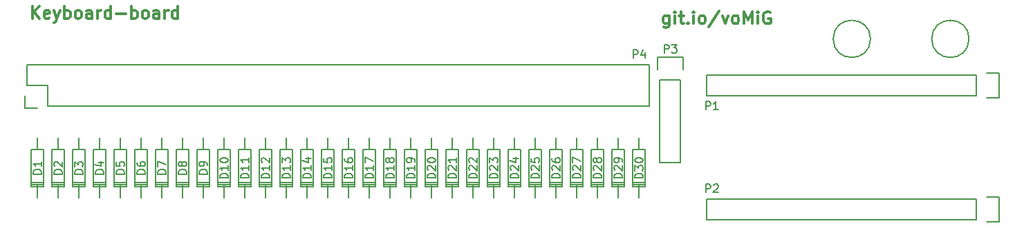
<source format=gto>
G04 #@! TF.FileFunction,Legend,Top*
%FSLAX46Y46*%
G04 Gerber Fmt 4.6, Leading zero omitted, Abs format (unit mm)*
G04 Created by KiCad (PCBNEW 4.0.2+e4-6225~38~ubuntu16.04.1-stable) date Thu 23 Jun 2016 09:21:40 PM CEST*
%MOMM*%
G01*
G04 APERTURE LIST*
%ADD10C,0.100000*%
%ADD11C,0.300000*%
%ADD12C,0.150000*%
G04 APERTURE END LIST*
D10*
D11*
X147177856Y-39683571D02*
X147177856Y-40897857D01*
X147106427Y-41040714D01*
X147034999Y-41112143D01*
X146892142Y-41183571D01*
X146677856Y-41183571D01*
X146534999Y-41112143D01*
X147177856Y-40612143D02*
X147034999Y-40683571D01*
X146749285Y-40683571D01*
X146606427Y-40612143D01*
X146534999Y-40540714D01*
X146463570Y-40397857D01*
X146463570Y-39969286D01*
X146534999Y-39826429D01*
X146606427Y-39755000D01*
X146749285Y-39683571D01*
X147034999Y-39683571D01*
X147177856Y-39755000D01*
X147892142Y-40683571D02*
X147892142Y-39683571D01*
X147892142Y-39183571D02*
X147820713Y-39255000D01*
X147892142Y-39326429D01*
X147963570Y-39255000D01*
X147892142Y-39183571D01*
X147892142Y-39326429D01*
X148392142Y-39683571D02*
X148963571Y-39683571D01*
X148606428Y-39183571D02*
X148606428Y-40469286D01*
X148677856Y-40612143D01*
X148820714Y-40683571D01*
X148963571Y-40683571D01*
X149463571Y-40540714D02*
X149534999Y-40612143D01*
X149463571Y-40683571D01*
X149392142Y-40612143D01*
X149463571Y-40540714D01*
X149463571Y-40683571D01*
X150177857Y-40683571D02*
X150177857Y-39683571D01*
X150177857Y-39183571D02*
X150106428Y-39255000D01*
X150177857Y-39326429D01*
X150249285Y-39255000D01*
X150177857Y-39183571D01*
X150177857Y-39326429D01*
X151106429Y-40683571D02*
X150963571Y-40612143D01*
X150892143Y-40540714D01*
X150820714Y-40397857D01*
X150820714Y-39969286D01*
X150892143Y-39826429D01*
X150963571Y-39755000D01*
X151106429Y-39683571D01*
X151320714Y-39683571D01*
X151463571Y-39755000D01*
X151535000Y-39826429D01*
X151606429Y-39969286D01*
X151606429Y-40397857D01*
X151535000Y-40540714D01*
X151463571Y-40612143D01*
X151320714Y-40683571D01*
X151106429Y-40683571D01*
X153320714Y-39112143D02*
X152035000Y-41040714D01*
X153677858Y-39683571D02*
X154035001Y-40683571D01*
X154392143Y-39683571D01*
X155177858Y-40683571D02*
X155035000Y-40612143D01*
X154963572Y-40540714D01*
X154892143Y-40397857D01*
X154892143Y-39969286D01*
X154963572Y-39826429D01*
X155035000Y-39755000D01*
X155177858Y-39683571D01*
X155392143Y-39683571D01*
X155535000Y-39755000D01*
X155606429Y-39826429D01*
X155677858Y-39969286D01*
X155677858Y-40397857D01*
X155606429Y-40540714D01*
X155535000Y-40612143D01*
X155392143Y-40683571D01*
X155177858Y-40683571D01*
X156320715Y-40683571D02*
X156320715Y-39183571D01*
X156820715Y-40255000D01*
X157320715Y-39183571D01*
X157320715Y-40683571D01*
X158035001Y-40683571D02*
X158035001Y-39683571D01*
X158035001Y-39183571D02*
X157963572Y-39255000D01*
X158035001Y-39326429D01*
X158106429Y-39255000D01*
X158035001Y-39183571D01*
X158035001Y-39326429D01*
X159535001Y-39255000D02*
X159392144Y-39183571D01*
X159177858Y-39183571D01*
X158963573Y-39255000D01*
X158820715Y-39397857D01*
X158749287Y-39540714D01*
X158677858Y-39826429D01*
X158677858Y-40040714D01*
X158749287Y-40326429D01*
X158820715Y-40469286D01*
X158963573Y-40612143D01*
X159177858Y-40683571D01*
X159320715Y-40683571D01*
X159535001Y-40612143D01*
X159606430Y-40540714D01*
X159606430Y-40040714D01*
X159320715Y-40040714D01*
X69212143Y-40048571D02*
X69212143Y-38548571D01*
X70069286Y-40048571D02*
X69426429Y-39191429D01*
X70069286Y-38548571D02*
X69212143Y-39405714D01*
X71283571Y-39977143D02*
X71140714Y-40048571D01*
X70855000Y-40048571D01*
X70712143Y-39977143D01*
X70640714Y-39834286D01*
X70640714Y-39262857D01*
X70712143Y-39120000D01*
X70855000Y-39048571D01*
X71140714Y-39048571D01*
X71283571Y-39120000D01*
X71355000Y-39262857D01*
X71355000Y-39405714D01*
X70640714Y-39548571D01*
X71855000Y-39048571D02*
X72212143Y-40048571D01*
X72569285Y-39048571D02*
X72212143Y-40048571D01*
X72069285Y-40405714D01*
X71997857Y-40477143D01*
X71855000Y-40548571D01*
X73140714Y-40048571D02*
X73140714Y-38548571D01*
X73140714Y-39120000D02*
X73283571Y-39048571D01*
X73569285Y-39048571D01*
X73712142Y-39120000D01*
X73783571Y-39191429D01*
X73855000Y-39334286D01*
X73855000Y-39762857D01*
X73783571Y-39905714D01*
X73712142Y-39977143D01*
X73569285Y-40048571D01*
X73283571Y-40048571D01*
X73140714Y-39977143D01*
X74712143Y-40048571D02*
X74569285Y-39977143D01*
X74497857Y-39905714D01*
X74426428Y-39762857D01*
X74426428Y-39334286D01*
X74497857Y-39191429D01*
X74569285Y-39120000D01*
X74712143Y-39048571D01*
X74926428Y-39048571D01*
X75069285Y-39120000D01*
X75140714Y-39191429D01*
X75212143Y-39334286D01*
X75212143Y-39762857D01*
X75140714Y-39905714D01*
X75069285Y-39977143D01*
X74926428Y-40048571D01*
X74712143Y-40048571D01*
X76497857Y-40048571D02*
X76497857Y-39262857D01*
X76426428Y-39120000D01*
X76283571Y-39048571D01*
X75997857Y-39048571D01*
X75855000Y-39120000D01*
X76497857Y-39977143D02*
X76355000Y-40048571D01*
X75997857Y-40048571D01*
X75855000Y-39977143D01*
X75783571Y-39834286D01*
X75783571Y-39691429D01*
X75855000Y-39548571D01*
X75997857Y-39477143D01*
X76355000Y-39477143D01*
X76497857Y-39405714D01*
X77212143Y-40048571D02*
X77212143Y-39048571D01*
X77212143Y-39334286D02*
X77283571Y-39191429D01*
X77355000Y-39120000D01*
X77497857Y-39048571D01*
X77640714Y-39048571D01*
X78783571Y-40048571D02*
X78783571Y-38548571D01*
X78783571Y-39977143D02*
X78640714Y-40048571D01*
X78355000Y-40048571D01*
X78212142Y-39977143D01*
X78140714Y-39905714D01*
X78069285Y-39762857D01*
X78069285Y-39334286D01*
X78140714Y-39191429D01*
X78212142Y-39120000D01*
X78355000Y-39048571D01*
X78640714Y-39048571D01*
X78783571Y-39120000D01*
X79497857Y-39477143D02*
X80640714Y-39477143D01*
X81355000Y-40048571D02*
X81355000Y-38548571D01*
X81355000Y-39120000D02*
X81497857Y-39048571D01*
X81783571Y-39048571D01*
X81926428Y-39120000D01*
X81997857Y-39191429D01*
X82069286Y-39334286D01*
X82069286Y-39762857D01*
X81997857Y-39905714D01*
X81926428Y-39977143D01*
X81783571Y-40048571D01*
X81497857Y-40048571D01*
X81355000Y-39977143D01*
X82926429Y-40048571D02*
X82783571Y-39977143D01*
X82712143Y-39905714D01*
X82640714Y-39762857D01*
X82640714Y-39334286D01*
X82712143Y-39191429D01*
X82783571Y-39120000D01*
X82926429Y-39048571D01*
X83140714Y-39048571D01*
X83283571Y-39120000D01*
X83355000Y-39191429D01*
X83426429Y-39334286D01*
X83426429Y-39762857D01*
X83355000Y-39905714D01*
X83283571Y-39977143D01*
X83140714Y-40048571D01*
X82926429Y-40048571D01*
X84712143Y-40048571D02*
X84712143Y-39262857D01*
X84640714Y-39120000D01*
X84497857Y-39048571D01*
X84212143Y-39048571D01*
X84069286Y-39120000D01*
X84712143Y-39977143D02*
X84569286Y-40048571D01*
X84212143Y-40048571D01*
X84069286Y-39977143D01*
X83997857Y-39834286D01*
X83997857Y-39691429D01*
X84069286Y-39548571D01*
X84212143Y-39477143D01*
X84569286Y-39477143D01*
X84712143Y-39405714D01*
X85426429Y-40048571D02*
X85426429Y-39048571D01*
X85426429Y-39334286D02*
X85497857Y-39191429D01*
X85569286Y-39120000D01*
X85712143Y-39048571D01*
X85855000Y-39048571D01*
X86997857Y-40048571D02*
X86997857Y-38548571D01*
X86997857Y-39977143D02*
X86855000Y-40048571D01*
X86569286Y-40048571D01*
X86426428Y-39977143D01*
X86355000Y-39905714D01*
X86283571Y-39762857D01*
X86283571Y-39334286D01*
X86355000Y-39191429D01*
X86426428Y-39120000D01*
X86569286Y-39048571D01*
X86855000Y-39048571D01*
X86997857Y-39120000D01*
D12*
X171831000Y-42545000D02*
G75*
G03X171831000Y-42545000I-2286000J0D01*
G01*
X184785000Y-49530000D02*
X151765000Y-49530000D01*
X151765000Y-49530000D02*
X151765000Y-46990000D01*
X151765000Y-46990000D02*
X184785000Y-46990000D01*
X187605000Y-46710000D02*
X186055000Y-46710000D01*
X184785000Y-46990000D02*
X184785000Y-49530000D01*
X186055000Y-49810000D02*
X187605000Y-49810000D01*
X187605000Y-49810000D02*
X187605000Y-46710000D01*
X69850000Y-56134000D02*
X69850000Y-54737000D01*
X69850000Y-60579000D02*
X69850000Y-62103000D01*
X69088000Y-60198000D02*
X70612000Y-60198000D01*
X69088000Y-60452000D02*
X70612000Y-60452000D01*
X69850000Y-60706000D02*
X70612000Y-60706000D01*
X70612000Y-60706000D02*
X70612000Y-56134000D01*
X70612000Y-56134000D02*
X69088000Y-56134000D01*
X69088000Y-56134000D02*
X69088000Y-60706000D01*
X69088000Y-60706000D02*
X69850000Y-60706000D01*
X72390000Y-56134000D02*
X72390000Y-54737000D01*
X72390000Y-60579000D02*
X72390000Y-62103000D01*
X71628000Y-60198000D02*
X73152000Y-60198000D01*
X71628000Y-60452000D02*
X73152000Y-60452000D01*
X72390000Y-60706000D02*
X73152000Y-60706000D01*
X73152000Y-60706000D02*
X73152000Y-56134000D01*
X73152000Y-56134000D02*
X71628000Y-56134000D01*
X71628000Y-56134000D02*
X71628000Y-60706000D01*
X71628000Y-60706000D02*
X72390000Y-60706000D01*
X74930000Y-56134000D02*
X74930000Y-54737000D01*
X74930000Y-60579000D02*
X74930000Y-62103000D01*
X74168000Y-60198000D02*
X75692000Y-60198000D01*
X74168000Y-60452000D02*
X75692000Y-60452000D01*
X74930000Y-60706000D02*
X75692000Y-60706000D01*
X75692000Y-60706000D02*
X75692000Y-56134000D01*
X75692000Y-56134000D02*
X74168000Y-56134000D01*
X74168000Y-56134000D02*
X74168000Y-60706000D01*
X74168000Y-60706000D02*
X74930000Y-60706000D01*
X77470000Y-56134000D02*
X77470000Y-54737000D01*
X77470000Y-60579000D02*
X77470000Y-62103000D01*
X76708000Y-60198000D02*
X78232000Y-60198000D01*
X76708000Y-60452000D02*
X78232000Y-60452000D01*
X77470000Y-60706000D02*
X78232000Y-60706000D01*
X78232000Y-60706000D02*
X78232000Y-56134000D01*
X78232000Y-56134000D02*
X76708000Y-56134000D01*
X76708000Y-56134000D02*
X76708000Y-60706000D01*
X76708000Y-60706000D02*
X77470000Y-60706000D01*
X80010000Y-56134000D02*
X80010000Y-54737000D01*
X80010000Y-60579000D02*
X80010000Y-62103000D01*
X79248000Y-60198000D02*
X80772000Y-60198000D01*
X79248000Y-60452000D02*
X80772000Y-60452000D01*
X80010000Y-60706000D02*
X80772000Y-60706000D01*
X80772000Y-60706000D02*
X80772000Y-56134000D01*
X80772000Y-56134000D02*
X79248000Y-56134000D01*
X79248000Y-56134000D02*
X79248000Y-60706000D01*
X79248000Y-60706000D02*
X80010000Y-60706000D01*
X82550000Y-56134000D02*
X82550000Y-54737000D01*
X82550000Y-60579000D02*
X82550000Y-62103000D01*
X81788000Y-60198000D02*
X83312000Y-60198000D01*
X81788000Y-60452000D02*
X83312000Y-60452000D01*
X82550000Y-60706000D02*
X83312000Y-60706000D01*
X83312000Y-60706000D02*
X83312000Y-56134000D01*
X83312000Y-56134000D02*
X81788000Y-56134000D01*
X81788000Y-56134000D02*
X81788000Y-60706000D01*
X81788000Y-60706000D02*
X82550000Y-60706000D01*
X85090000Y-56134000D02*
X85090000Y-54737000D01*
X85090000Y-60579000D02*
X85090000Y-62103000D01*
X84328000Y-60198000D02*
X85852000Y-60198000D01*
X84328000Y-60452000D02*
X85852000Y-60452000D01*
X85090000Y-60706000D02*
X85852000Y-60706000D01*
X85852000Y-60706000D02*
X85852000Y-56134000D01*
X85852000Y-56134000D02*
X84328000Y-56134000D01*
X84328000Y-56134000D02*
X84328000Y-60706000D01*
X84328000Y-60706000D02*
X85090000Y-60706000D01*
X87630000Y-56134000D02*
X87630000Y-54737000D01*
X87630000Y-60579000D02*
X87630000Y-62103000D01*
X86868000Y-60198000D02*
X88392000Y-60198000D01*
X86868000Y-60452000D02*
X88392000Y-60452000D01*
X87630000Y-60706000D02*
X88392000Y-60706000D01*
X88392000Y-60706000D02*
X88392000Y-56134000D01*
X88392000Y-56134000D02*
X86868000Y-56134000D01*
X86868000Y-56134000D02*
X86868000Y-60706000D01*
X86868000Y-60706000D02*
X87630000Y-60706000D01*
X90170000Y-56134000D02*
X90170000Y-54737000D01*
X90170000Y-60579000D02*
X90170000Y-62103000D01*
X89408000Y-60198000D02*
X90932000Y-60198000D01*
X89408000Y-60452000D02*
X90932000Y-60452000D01*
X90170000Y-60706000D02*
X90932000Y-60706000D01*
X90932000Y-60706000D02*
X90932000Y-56134000D01*
X90932000Y-56134000D02*
X89408000Y-56134000D01*
X89408000Y-56134000D02*
X89408000Y-60706000D01*
X89408000Y-60706000D02*
X90170000Y-60706000D01*
X92710000Y-56134000D02*
X92710000Y-54737000D01*
X92710000Y-60579000D02*
X92710000Y-62103000D01*
X91948000Y-60198000D02*
X93472000Y-60198000D01*
X91948000Y-60452000D02*
X93472000Y-60452000D01*
X92710000Y-60706000D02*
X93472000Y-60706000D01*
X93472000Y-60706000D02*
X93472000Y-56134000D01*
X93472000Y-56134000D02*
X91948000Y-56134000D01*
X91948000Y-56134000D02*
X91948000Y-60706000D01*
X91948000Y-60706000D02*
X92710000Y-60706000D01*
X95250000Y-56134000D02*
X95250000Y-54737000D01*
X95250000Y-60579000D02*
X95250000Y-62103000D01*
X94488000Y-60198000D02*
X96012000Y-60198000D01*
X94488000Y-60452000D02*
X96012000Y-60452000D01*
X95250000Y-60706000D02*
X96012000Y-60706000D01*
X96012000Y-60706000D02*
X96012000Y-56134000D01*
X96012000Y-56134000D02*
X94488000Y-56134000D01*
X94488000Y-56134000D02*
X94488000Y-60706000D01*
X94488000Y-60706000D02*
X95250000Y-60706000D01*
X97790000Y-56134000D02*
X97790000Y-54737000D01*
X97790000Y-60579000D02*
X97790000Y-62103000D01*
X97028000Y-60198000D02*
X98552000Y-60198000D01*
X97028000Y-60452000D02*
X98552000Y-60452000D01*
X97790000Y-60706000D02*
X98552000Y-60706000D01*
X98552000Y-60706000D02*
X98552000Y-56134000D01*
X98552000Y-56134000D02*
X97028000Y-56134000D01*
X97028000Y-56134000D02*
X97028000Y-60706000D01*
X97028000Y-60706000D02*
X97790000Y-60706000D01*
X100330000Y-56134000D02*
X100330000Y-54737000D01*
X100330000Y-60579000D02*
X100330000Y-62103000D01*
X99568000Y-60198000D02*
X101092000Y-60198000D01*
X99568000Y-60452000D02*
X101092000Y-60452000D01*
X100330000Y-60706000D02*
X101092000Y-60706000D01*
X101092000Y-60706000D02*
X101092000Y-56134000D01*
X101092000Y-56134000D02*
X99568000Y-56134000D01*
X99568000Y-56134000D02*
X99568000Y-60706000D01*
X99568000Y-60706000D02*
X100330000Y-60706000D01*
X102870000Y-56134000D02*
X102870000Y-54737000D01*
X102870000Y-60579000D02*
X102870000Y-62103000D01*
X102108000Y-60198000D02*
X103632000Y-60198000D01*
X102108000Y-60452000D02*
X103632000Y-60452000D01*
X102870000Y-60706000D02*
X103632000Y-60706000D01*
X103632000Y-60706000D02*
X103632000Y-56134000D01*
X103632000Y-56134000D02*
X102108000Y-56134000D01*
X102108000Y-56134000D02*
X102108000Y-60706000D01*
X102108000Y-60706000D02*
X102870000Y-60706000D01*
X105410000Y-56134000D02*
X105410000Y-54737000D01*
X105410000Y-60579000D02*
X105410000Y-62103000D01*
X104648000Y-60198000D02*
X106172000Y-60198000D01*
X104648000Y-60452000D02*
X106172000Y-60452000D01*
X105410000Y-60706000D02*
X106172000Y-60706000D01*
X106172000Y-60706000D02*
X106172000Y-56134000D01*
X106172000Y-56134000D02*
X104648000Y-56134000D01*
X104648000Y-56134000D02*
X104648000Y-60706000D01*
X104648000Y-60706000D02*
X105410000Y-60706000D01*
X107950000Y-56134000D02*
X107950000Y-54737000D01*
X107950000Y-60579000D02*
X107950000Y-62103000D01*
X107188000Y-60198000D02*
X108712000Y-60198000D01*
X107188000Y-60452000D02*
X108712000Y-60452000D01*
X107950000Y-60706000D02*
X108712000Y-60706000D01*
X108712000Y-60706000D02*
X108712000Y-56134000D01*
X108712000Y-56134000D02*
X107188000Y-56134000D01*
X107188000Y-56134000D02*
X107188000Y-60706000D01*
X107188000Y-60706000D02*
X107950000Y-60706000D01*
X110490000Y-56134000D02*
X110490000Y-54737000D01*
X110490000Y-60579000D02*
X110490000Y-62103000D01*
X109728000Y-60198000D02*
X111252000Y-60198000D01*
X109728000Y-60452000D02*
X111252000Y-60452000D01*
X110490000Y-60706000D02*
X111252000Y-60706000D01*
X111252000Y-60706000D02*
X111252000Y-56134000D01*
X111252000Y-56134000D02*
X109728000Y-56134000D01*
X109728000Y-56134000D02*
X109728000Y-60706000D01*
X109728000Y-60706000D02*
X110490000Y-60706000D01*
X113030000Y-56134000D02*
X113030000Y-54737000D01*
X113030000Y-60579000D02*
X113030000Y-62103000D01*
X112268000Y-60198000D02*
X113792000Y-60198000D01*
X112268000Y-60452000D02*
X113792000Y-60452000D01*
X113030000Y-60706000D02*
X113792000Y-60706000D01*
X113792000Y-60706000D02*
X113792000Y-56134000D01*
X113792000Y-56134000D02*
X112268000Y-56134000D01*
X112268000Y-56134000D02*
X112268000Y-60706000D01*
X112268000Y-60706000D02*
X113030000Y-60706000D01*
X115570000Y-56134000D02*
X115570000Y-54737000D01*
X115570000Y-60579000D02*
X115570000Y-62103000D01*
X114808000Y-60198000D02*
X116332000Y-60198000D01*
X114808000Y-60452000D02*
X116332000Y-60452000D01*
X115570000Y-60706000D02*
X116332000Y-60706000D01*
X116332000Y-60706000D02*
X116332000Y-56134000D01*
X116332000Y-56134000D02*
X114808000Y-56134000D01*
X114808000Y-56134000D02*
X114808000Y-60706000D01*
X114808000Y-60706000D02*
X115570000Y-60706000D01*
X118110000Y-56134000D02*
X118110000Y-54737000D01*
X118110000Y-60579000D02*
X118110000Y-62103000D01*
X117348000Y-60198000D02*
X118872000Y-60198000D01*
X117348000Y-60452000D02*
X118872000Y-60452000D01*
X118110000Y-60706000D02*
X118872000Y-60706000D01*
X118872000Y-60706000D02*
X118872000Y-56134000D01*
X118872000Y-56134000D02*
X117348000Y-56134000D01*
X117348000Y-56134000D02*
X117348000Y-60706000D01*
X117348000Y-60706000D02*
X118110000Y-60706000D01*
X120650000Y-56134000D02*
X120650000Y-54737000D01*
X120650000Y-60579000D02*
X120650000Y-62103000D01*
X119888000Y-60198000D02*
X121412000Y-60198000D01*
X119888000Y-60452000D02*
X121412000Y-60452000D01*
X120650000Y-60706000D02*
X121412000Y-60706000D01*
X121412000Y-60706000D02*
X121412000Y-56134000D01*
X121412000Y-56134000D02*
X119888000Y-56134000D01*
X119888000Y-56134000D02*
X119888000Y-60706000D01*
X119888000Y-60706000D02*
X120650000Y-60706000D01*
X123190000Y-56134000D02*
X123190000Y-54737000D01*
X123190000Y-60579000D02*
X123190000Y-62103000D01*
X122428000Y-60198000D02*
X123952000Y-60198000D01*
X122428000Y-60452000D02*
X123952000Y-60452000D01*
X123190000Y-60706000D02*
X123952000Y-60706000D01*
X123952000Y-60706000D02*
X123952000Y-56134000D01*
X123952000Y-56134000D02*
X122428000Y-56134000D01*
X122428000Y-56134000D02*
X122428000Y-60706000D01*
X122428000Y-60706000D02*
X123190000Y-60706000D01*
X125730000Y-56134000D02*
X125730000Y-54737000D01*
X125730000Y-60579000D02*
X125730000Y-62103000D01*
X124968000Y-60198000D02*
X126492000Y-60198000D01*
X124968000Y-60452000D02*
X126492000Y-60452000D01*
X125730000Y-60706000D02*
X126492000Y-60706000D01*
X126492000Y-60706000D02*
X126492000Y-56134000D01*
X126492000Y-56134000D02*
X124968000Y-56134000D01*
X124968000Y-56134000D02*
X124968000Y-60706000D01*
X124968000Y-60706000D02*
X125730000Y-60706000D01*
X128270000Y-56134000D02*
X128270000Y-54737000D01*
X128270000Y-60579000D02*
X128270000Y-62103000D01*
X127508000Y-60198000D02*
X129032000Y-60198000D01*
X127508000Y-60452000D02*
X129032000Y-60452000D01*
X128270000Y-60706000D02*
X129032000Y-60706000D01*
X129032000Y-60706000D02*
X129032000Y-56134000D01*
X129032000Y-56134000D02*
X127508000Y-56134000D01*
X127508000Y-56134000D02*
X127508000Y-60706000D01*
X127508000Y-60706000D02*
X128270000Y-60706000D01*
X130810000Y-56134000D02*
X130810000Y-54737000D01*
X130810000Y-60579000D02*
X130810000Y-62103000D01*
X130048000Y-60198000D02*
X131572000Y-60198000D01*
X130048000Y-60452000D02*
X131572000Y-60452000D01*
X130810000Y-60706000D02*
X131572000Y-60706000D01*
X131572000Y-60706000D02*
X131572000Y-56134000D01*
X131572000Y-56134000D02*
X130048000Y-56134000D01*
X130048000Y-56134000D02*
X130048000Y-60706000D01*
X130048000Y-60706000D02*
X130810000Y-60706000D01*
X133350000Y-56134000D02*
X133350000Y-54737000D01*
X133350000Y-60579000D02*
X133350000Y-62103000D01*
X132588000Y-60198000D02*
X134112000Y-60198000D01*
X132588000Y-60452000D02*
X134112000Y-60452000D01*
X133350000Y-60706000D02*
X134112000Y-60706000D01*
X134112000Y-60706000D02*
X134112000Y-56134000D01*
X134112000Y-56134000D02*
X132588000Y-56134000D01*
X132588000Y-56134000D02*
X132588000Y-60706000D01*
X132588000Y-60706000D02*
X133350000Y-60706000D01*
X135890000Y-56134000D02*
X135890000Y-54737000D01*
X135890000Y-60579000D02*
X135890000Y-62103000D01*
X135128000Y-60198000D02*
X136652000Y-60198000D01*
X135128000Y-60452000D02*
X136652000Y-60452000D01*
X135890000Y-60706000D02*
X136652000Y-60706000D01*
X136652000Y-60706000D02*
X136652000Y-56134000D01*
X136652000Y-56134000D02*
X135128000Y-56134000D01*
X135128000Y-56134000D02*
X135128000Y-60706000D01*
X135128000Y-60706000D02*
X135890000Y-60706000D01*
X138430000Y-56134000D02*
X138430000Y-54737000D01*
X138430000Y-60579000D02*
X138430000Y-62103000D01*
X137668000Y-60198000D02*
X139192000Y-60198000D01*
X137668000Y-60452000D02*
X139192000Y-60452000D01*
X138430000Y-60706000D02*
X139192000Y-60706000D01*
X139192000Y-60706000D02*
X139192000Y-56134000D01*
X139192000Y-56134000D02*
X137668000Y-56134000D01*
X137668000Y-56134000D02*
X137668000Y-60706000D01*
X137668000Y-60706000D02*
X138430000Y-60706000D01*
X140970000Y-56134000D02*
X140970000Y-54737000D01*
X140970000Y-60579000D02*
X140970000Y-62103000D01*
X140208000Y-60198000D02*
X141732000Y-60198000D01*
X140208000Y-60452000D02*
X141732000Y-60452000D01*
X140970000Y-60706000D02*
X141732000Y-60706000D01*
X141732000Y-60706000D02*
X141732000Y-56134000D01*
X141732000Y-56134000D02*
X140208000Y-56134000D01*
X140208000Y-56134000D02*
X140208000Y-60706000D01*
X140208000Y-60706000D02*
X140970000Y-60706000D01*
X143510000Y-56134000D02*
X143510000Y-54737000D01*
X143510000Y-60579000D02*
X143510000Y-62103000D01*
X142748000Y-60198000D02*
X144272000Y-60198000D01*
X142748000Y-60452000D02*
X144272000Y-60452000D01*
X143510000Y-60706000D02*
X144272000Y-60706000D01*
X144272000Y-60706000D02*
X144272000Y-56134000D01*
X144272000Y-56134000D02*
X142748000Y-56134000D01*
X142748000Y-56134000D02*
X142748000Y-60706000D01*
X142748000Y-60706000D02*
X143510000Y-60706000D01*
X184785000Y-64770000D02*
X151765000Y-64770000D01*
X151765000Y-64770000D02*
X151765000Y-62230000D01*
X151765000Y-62230000D02*
X184785000Y-62230000D01*
X187605000Y-61950000D02*
X186055000Y-61950000D01*
X184785000Y-62230000D02*
X184785000Y-64770000D01*
X186055000Y-65050000D02*
X187605000Y-65050000D01*
X187605000Y-65050000D02*
X187605000Y-61950000D01*
X145770000Y-46355000D02*
X145770000Y-44805000D01*
X145770000Y-44805000D02*
X148870000Y-44805000D01*
X148870000Y-44805000D02*
X148870000Y-46355000D01*
X148590000Y-47625000D02*
X148590000Y-57785000D01*
X148590000Y-57785000D02*
X146050000Y-57785000D01*
X146050000Y-57785000D02*
X146050000Y-47625000D01*
X148590000Y-47625000D02*
X146050000Y-47625000D01*
X68580000Y-45720000D02*
X144780000Y-45720000D01*
X144780000Y-50800000D02*
X71120000Y-50800000D01*
X144780000Y-45720000D02*
X144780000Y-50800000D01*
X68580000Y-45720000D02*
X68580000Y-48260000D01*
X68300000Y-49530000D02*
X68300000Y-51080000D01*
X68580000Y-48260000D02*
X71120000Y-48260000D01*
X71120000Y-48260000D02*
X71120000Y-50800000D01*
X68300000Y-51080000D02*
X69850000Y-51080000D01*
X183896000Y-42545000D02*
G75*
G03X183896000Y-42545000I-2286000J0D01*
G01*
X151661905Y-51252381D02*
X151661905Y-50252381D01*
X152042858Y-50252381D01*
X152138096Y-50300000D01*
X152185715Y-50347619D01*
X152233334Y-50442857D01*
X152233334Y-50585714D01*
X152185715Y-50680952D01*
X152138096Y-50728571D01*
X152042858Y-50776190D01*
X151661905Y-50776190D01*
X153185715Y-51252381D02*
X152614286Y-51252381D01*
X152900000Y-51252381D02*
X152900000Y-50252381D01*
X152804762Y-50395238D01*
X152709524Y-50490476D01*
X152614286Y-50538095D01*
X70302381Y-59158095D02*
X69302381Y-59158095D01*
X69302381Y-58920000D01*
X69350000Y-58777142D01*
X69445238Y-58681904D01*
X69540476Y-58634285D01*
X69730952Y-58586666D01*
X69873810Y-58586666D01*
X70064286Y-58634285D01*
X70159524Y-58681904D01*
X70254762Y-58777142D01*
X70302381Y-58920000D01*
X70302381Y-59158095D01*
X70302381Y-57634285D02*
X70302381Y-58205714D01*
X70302381Y-57920000D02*
X69302381Y-57920000D01*
X69445238Y-58015238D01*
X69540476Y-58110476D01*
X69588095Y-58205714D01*
X72842381Y-59158095D02*
X71842381Y-59158095D01*
X71842381Y-58920000D01*
X71890000Y-58777142D01*
X71985238Y-58681904D01*
X72080476Y-58634285D01*
X72270952Y-58586666D01*
X72413810Y-58586666D01*
X72604286Y-58634285D01*
X72699524Y-58681904D01*
X72794762Y-58777142D01*
X72842381Y-58920000D01*
X72842381Y-59158095D01*
X71937619Y-58205714D02*
X71890000Y-58158095D01*
X71842381Y-58062857D01*
X71842381Y-57824761D01*
X71890000Y-57729523D01*
X71937619Y-57681904D01*
X72032857Y-57634285D01*
X72128095Y-57634285D01*
X72270952Y-57681904D01*
X72842381Y-58253333D01*
X72842381Y-57634285D01*
X75382381Y-59158095D02*
X74382381Y-59158095D01*
X74382381Y-58920000D01*
X74430000Y-58777142D01*
X74525238Y-58681904D01*
X74620476Y-58634285D01*
X74810952Y-58586666D01*
X74953810Y-58586666D01*
X75144286Y-58634285D01*
X75239524Y-58681904D01*
X75334762Y-58777142D01*
X75382381Y-58920000D01*
X75382381Y-59158095D01*
X74382381Y-58253333D02*
X74382381Y-57634285D01*
X74763333Y-57967619D01*
X74763333Y-57824761D01*
X74810952Y-57729523D01*
X74858571Y-57681904D01*
X74953810Y-57634285D01*
X75191905Y-57634285D01*
X75287143Y-57681904D01*
X75334762Y-57729523D01*
X75382381Y-57824761D01*
X75382381Y-58110476D01*
X75334762Y-58205714D01*
X75287143Y-58253333D01*
X77922381Y-59158095D02*
X76922381Y-59158095D01*
X76922381Y-58920000D01*
X76970000Y-58777142D01*
X77065238Y-58681904D01*
X77160476Y-58634285D01*
X77350952Y-58586666D01*
X77493810Y-58586666D01*
X77684286Y-58634285D01*
X77779524Y-58681904D01*
X77874762Y-58777142D01*
X77922381Y-58920000D01*
X77922381Y-59158095D01*
X77255714Y-57729523D02*
X77922381Y-57729523D01*
X76874762Y-57967619D02*
X77589048Y-58205714D01*
X77589048Y-57586666D01*
X80462381Y-59158095D02*
X79462381Y-59158095D01*
X79462381Y-58920000D01*
X79510000Y-58777142D01*
X79605238Y-58681904D01*
X79700476Y-58634285D01*
X79890952Y-58586666D01*
X80033810Y-58586666D01*
X80224286Y-58634285D01*
X80319524Y-58681904D01*
X80414762Y-58777142D01*
X80462381Y-58920000D01*
X80462381Y-59158095D01*
X79462381Y-57681904D02*
X79462381Y-58158095D01*
X79938571Y-58205714D01*
X79890952Y-58158095D01*
X79843333Y-58062857D01*
X79843333Y-57824761D01*
X79890952Y-57729523D01*
X79938571Y-57681904D01*
X80033810Y-57634285D01*
X80271905Y-57634285D01*
X80367143Y-57681904D01*
X80414762Y-57729523D01*
X80462381Y-57824761D01*
X80462381Y-58062857D01*
X80414762Y-58158095D01*
X80367143Y-58205714D01*
X83002381Y-59158095D02*
X82002381Y-59158095D01*
X82002381Y-58920000D01*
X82050000Y-58777142D01*
X82145238Y-58681904D01*
X82240476Y-58634285D01*
X82430952Y-58586666D01*
X82573810Y-58586666D01*
X82764286Y-58634285D01*
X82859524Y-58681904D01*
X82954762Y-58777142D01*
X83002381Y-58920000D01*
X83002381Y-59158095D01*
X82002381Y-57729523D02*
X82002381Y-57920000D01*
X82050000Y-58015238D01*
X82097619Y-58062857D01*
X82240476Y-58158095D01*
X82430952Y-58205714D01*
X82811905Y-58205714D01*
X82907143Y-58158095D01*
X82954762Y-58110476D01*
X83002381Y-58015238D01*
X83002381Y-57824761D01*
X82954762Y-57729523D01*
X82907143Y-57681904D01*
X82811905Y-57634285D01*
X82573810Y-57634285D01*
X82478571Y-57681904D01*
X82430952Y-57729523D01*
X82383333Y-57824761D01*
X82383333Y-58015238D01*
X82430952Y-58110476D01*
X82478571Y-58158095D01*
X82573810Y-58205714D01*
X85542381Y-59158095D02*
X84542381Y-59158095D01*
X84542381Y-58920000D01*
X84590000Y-58777142D01*
X84685238Y-58681904D01*
X84780476Y-58634285D01*
X84970952Y-58586666D01*
X85113810Y-58586666D01*
X85304286Y-58634285D01*
X85399524Y-58681904D01*
X85494762Y-58777142D01*
X85542381Y-58920000D01*
X85542381Y-59158095D01*
X84542381Y-58253333D02*
X84542381Y-57586666D01*
X85542381Y-58015238D01*
X88082381Y-59158095D02*
X87082381Y-59158095D01*
X87082381Y-58920000D01*
X87130000Y-58777142D01*
X87225238Y-58681904D01*
X87320476Y-58634285D01*
X87510952Y-58586666D01*
X87653810Y-58586666D01*
X87844286Y-58634285D01*
X87939524Y-58681904D01*
X88034762Y-58777142D01*
X88082381Y-58920000D01*
X88082381Y-59158095D01*
X87510952Y-58015238D02*
X87463333Y-58110476D01*
X87415714Y-58158095D01*
X87320476Y-58205714D01*
X87272857Y-58205714D01*
X87177619Y-58158095D01*
X87130000Y-58110476D01*
X87082381Y-58015238D01*
X87082381Y-57824761D01*
X87130000Y-57729523D01*
X87177619Y-57681904D01*
X87272857Y-57634285D01*
X87320476Y-57634285D01*
X87415714Y-57681904D01*
X87463333Y-57729523D01*
X87510952Y-57824761D01*
X87510952Y-58015238D01*
X87558571Y-58110476D01*
X87606190Y-58158095D01*
X87701429Y-58205714D01*
X87891905Y-58205714D01*
X87987143Y-58158095D01*
X88034762Y-58110476D01*
X88082381Y-58015238D01*
X88082381Y-57824761D01*
X88034762Y-57729523D01*
X87987143Y-57681904D01*
X87891905Y-57634285D01*
X87701429Y-57634285D01*
X87606190Y-57681904D01*
X87558571Y-57729523D01*
X87510952Y-57824761D01*
X90622381Y-59158095D02*
X89622381Y-59158095D01*
X89622381Y-58920000D01*
X89670000Y-58777142D01*
X89765238Y-58681904D01*
X89860476Y-58634285D01*
X90050952Y-58586666D01*
X90193810Y-58586666D01*
X90384286Y-58634285D01*
X90479524Y-58681904D01*
X90574762Y-58777142D01*
X90622381Y-58920000D01*
X90622381Y-59158095D01*
X90622381Y-58110476D02*
X90622381Y-57920000D01*
X90574762Y-57824761D01*
X90527143Y-57777142D01*
X90384286Y-57681904D01*
X90193810Y-57634285D01*
X89812857Y-57634285D01*
X89717619Y-57681904D01*
X89670000Y-57729523D01*
X89622381Y-57824761D01*
X89622381Y-58015238D01*
X89670000Y-58110476D01*
X89717619Y-58158095D01*
X89812857Y-58205714D01*
X90050952Y-58205714D01*
X90146190Y-58158095D01*
X90193810Y-58110476D01*
X90241429Y-58015238D01*
X90241429Y-57824761D01*
X90193810Y-57729523D01*
X90146190Y-57681904D01*
X90050952Y-57634285D01*
X93162381Y-59634286D02*
X92162381Y-59634286D01*
X92162381Y-59396191D01*
X92210000Y-59253333D01*
X92305238Y-59158095D01*
X92400476Y-59110476D01*
X92590952Y-59062857D01*
X92733810Y-59062857D01*
X92924286Y-59110476D01*
X93019524Y-59158095D01*
X93114762Y-59253333D01*
X93162381Y-59396191D01*
X93162381Y-59634286D01*
X93162381Y-58110476D02*
X93162381Y-58681905D01*
X93162381Y-58396191D02*
X92162381Y-58396191D01*
X92305238Y-58491429D01*
X92400476Y-58586667D01*
X92448095Y-58681905D01*
X92162381Y-57491429D02*
X92162381Y-57396190D01*
X92210000Y-57300952D01*
X92257619Y-57253333D01*
X92352857Y-57205714D01*
X92543333Y-57158095D01*
X92781429Y-57158095D01*
X92971905Y-57205714D01*
X93067143Y-57253333D01*
X93114762Y-57300952D01*
X93162381Y-57396190D01*
X93162381Y-57491429D01*
X93114762Y-57586667D01*
X93067143Y-57634286D01*
X92971905Y-57681905D01*
X92781429Y-57729524D01*
X92543333Y-57729524D01*
X92352857Y-57681905D01*
X92257619Y-57634286D01*
X92210000Y-57586667D01*
X92162381Y-57491429D01*
X95702381Y-59634286D02*
X94702381Y-59634286D01*
X94702381Y-59396191D01*
X94750000Y-59253333D01*
X94845238Y-59158095D01*
X94940476Y-59110476D01*
X95130952Y-59062857D01*
X95273810Y-59062857D01*
X95464286Y-59110476D01*
X95559524Y-59158095D01*
X95654762Y-59253333D01*
X95702381Y-59396191D01*
X95702381Y-59634286D01*
X95702381Y-58110476D02*
X95702381Y-58681905D01*
X95702381Y-58396191D02*
X94702381Y-58396191D01*
X94845238Y-58491429D01*
X94940476Y-58586667D01*
X94988095Y-58681905D01*
X95702381Y-57158095D02*
X95702381Y-57729524D01*
X95702381Y-57443810D02*
X94702381Y-57443810D01*
X94845238Y-57539048D01*
X94940476Y-57634286D01*
X94988095Y-57729524D01*
X98242381Y-59634286D02*
X97242381Y-59634286D01*
X97242381Y-59396191D01*
X97290000Y-59253333D01*
X97385238Y-59158095D01*
X97480476Y-59110476D01*
X97670952Y-59062857D01*
X97813810Y-59062857D01*
X98004286Y-59110476D01*
X98099524Y-59158095D01*
X98194762Y-59253333D01*
X98242381Y-59396191D01*
X98242381Y-59634286D01*
X98242381Y-58110476D02*
X98242381Y-58681905D01*
X98242381Y-58396191D02*
X97242381Y-58396191D01*
X97385238Y-58491429D01*
X97480476Y-58586667D01*
X97528095Y-58681905D01*
X97337619Y-57729524D02*
X97290000Y-57681905D01*
X97242381Y-57586667D01*
X97242381Y-57348571D01*
X97290000Y-57253333D01*
X97337619Y-57205714D01*
X97432857Y-57158095D01*
X97528095Y-57158095D01*
X97670952Y-57205714D01*
X98242381Y-57777143D01*
X98242381Y-57158095D01*
X100782381Y-59634286D02*
X99782381Y-59634286D01*
X99782381Y-59396191D01*
X99830000Y-59253333D01*
X99925238Y-59158095D01*
X100020476Y-59110476D01*
X100210952Y-59062857D01*
X100353810Y-59062857D01*
X100544286Y-59110476D01*
X100639524Y-59158095D01*
X100734762Y-59253333D01*
X100782381Y-59396191D01*
X100782381Y-59634286D01*
X100782381Y-58110476D02*
X100782381Y-58681905D01*
X100782381Y-58396191D02*
X99782381Y-58396191D01*
X99925238Y-58491429D01*
X100020476Y-58586667D01*
X100068095Y-58681905D01*
X99782381Y-57777143D02*
X99782381Y-57158095D01*
X100163333Y-57491429D01*
X100163333Y-57348571D01*
X100210952Y-57253333D01*
X100258571Y-57205714D01*
X100353810Y-57158095D01*
X100591905Y-57158095D01*
X100687143Y-57205714D01*
X100734762Y-57253333D01*
X100782381Y-57348571D01*
X100782381Y-57634286D01*
X100734762Y-57729524D01*
X100687143Y-57777143D01*
X103322381Y-59634286D02*
X102322381Y-59634286D01*
X102322381Y-59396191D01*
X102370000Y-59253333D01*
X102465238Y-59158095D01*
X102560476Y-59110476D01*
X102750952Y-59062857D01*
X102893810Y-59062857D01*
X103084286Y-59110476D01*
X103179524Y-59158095D01*
X103274762Y-59253333D01*
X103322381Y-59396191D01*
X103322381Y-59634286D01*
X103322381Y-58110476D02*
X103322381Y-58681905D01*
X103322381Y-58396191D02*
X102322381Y-58396191D01*
X102465238Y-58491429D01*
X102560476Y-58586667D01*
X102608095Y-58681905D01*
X102655714Y-57253333D02*
X103322381Y-57253333D01*
X102274762Y-57491429D02*
X102989048Y-57729524D01*
X102989048Y-57110476D01*
X105862381Y-59634286D02*
X104862381Y-59634286D01*
X104862381Y-59396191D01*
X104910000Y-59253333D01*
X105005238Y-59158095D01*
X105100476Y-59110476D01*
X105290952Y-59062857D01*
X105433810Y-59062857D01*
X105624286Y-59110476D01*
X105719524Y-59158095D01*
X105814762Y-59253333D01*
X105862381Y-59396191D01*
X105862381Y-59634286D01*
X105862381Y-58110476D02*
X105862381Y-58681905D01*
X105862381Y-58396191D02*
X104862381Y-58396191D01*
X105005238Y-58491429D01*
X105100476Y-58586667D01*
X105148095Y-58681905D01*
X104862381Y-57205714D02*
X104862381Y-57681905D01*
X105338571Y-57729524D01*
X105290952Y-57681905D01*
X105243333Y-57586667D01*
X105243333Y-57348571D01*
X105290952Y-57253333D01*
X105338571Y-57205714D01*
X105433810Y-57158095D01*
X105671905Y-57158095D01*
X105767143Y-57205714D01*
X105814762Y-57253333D01*
X105862381Y-57348571D01*
X105862381Y-57586667D01*
X105814762Y-57681905D01*
X105767143Y-57729524D01*
X108402381Y-59634286D02*
X107402381Y-59634286D01*
X107402381Y-59396191D01*
X107450000Y-59253333D01*
X107545238Y-59158095D01*
X107640476Y-59110476D01*
X107830952Y-59062857D01*
X107973810Y-59062857D01*
X108164286Y-59110476D01*
X108259524Y-59158095D01*
X108354762Y-59253333D01*
X108402381Y-59396191D01*
X108402381Y-59634286D01*
X108402381Y-58110476D02*
X108402381Y-58681905D01*
X108402381Y-58396191D02*
X107402381Y-58396191D01*
X107545238Y-58491429D01*
X107640476Y-58586667D01*
X107688095Y-58681905D01*
X107402381Y-57253333D02*
X107402381Y-57443810D01*
X107450000Y-57539048D01*
X107497619Y-57586667D01*
X107640476Y-57681905D01*
X107830952Y-57729524D01*
X108211905Y-57729524D01*
X108307143Y-57681905D01*
X108354762Y-57634286D01*
X108402381Y-57539048D01*
X108402381Y-57348571D01*
X108354762Y-57253333D01*
X108307143Y-57205714D01*
X108211905Y-57158095D01*
X107973810Y-57158095D01*
X107878571Y-57205714D01*
X107830952Y-57253333D01*
X107783333Y-57348571D01*
X107783333Y-57539048D01*
X107830952Y-57634286D01*
X107878571Y-57681905D01*
X107973810Y-57729524D01*
X110942381Y-59634286D02*
X109942381Y-59634286D01*
X109942381Y-59396191D01*
X109990000Y-59253333D01*
X110085238Y-59158095D01*
X110180476Y-59110476D01*
X110370952Y-59062857D01*
X110513810Y-59062857D01*
X110704286Y-59110476D01*
X110799524Y-59158095D01*
X110894762Y-59253333D01*
X110942381Y-59396191D01*
X110942381Y-59634286D01*
X110942381Y-58110476D02*
X110942381Y-58681905D01*
X110942381Y-58396191D02*
X109942381Y-58396191D01*
X110085238Y-58491429D01*
X110180476Y-58586667D01*
X110228095Y-58681905D01*
X109942381Y-57777143D02*
X109942381Y-57110476D01*
X110942381Y-57539048D01*
X113482381Y-59634286D02*
X112482381Y-59634286D01*
X112482381Y-59396191D01*
X112530000Y-59253333D01*
X112625238Y-59158095D01*
X112720476Y-59110476D01*
X112910952Y-59062857D01*
X113053810Y-59062857D01*
X113244286Y-59110476D01*
X113339524Y-59158095D01*
X113434762Y-59253333D01*
X113482381Y-59396191D01*
X113482381Y-59634286D01*
X113482381Y-58110476D02*
X113482381Y-58681905D01*
X113482381Y-58396191D02*
X112482381Y-58396191D01*
X112625238Y-58491429D01*
X112720476Y-58586667D01*
X112768095Y-58681905D01*
X112910952Y-57539048D02*
X112863333Y-57634286D01*
X112815714Y-57681905D01*
X112720476Y-57729524D01*
X112672857Y-57729524D01*
X112577619Y-57681905D01*
X112530000Y-57634286D01*
X112482381Y-57539048D01*
X112482381Y-57348571D01*
X112530000Y-57253333D01*
X112577619Y-57205714D01*
X112672857Y-57158095D01*
X112720476Y-57158095D01*
X112815714Y-57205714D01*
X112863333Y-57253333D01*
X112910952Y-57348571D01*
X112910952Y-57539048D01*
X112958571Y-57634286D01*
X113006190Y-57681905D01*
X113101429Y-57729524D01*
X113291905Y-57729524D01*
X113387143Y-57681905D01*
X113434762Y-57634286D01*
X113482381Y-57539048D01*
X113482381Y-57348571D01*
X113434762Y-57253333D01*
X113387143Y-57205714D01*
X113291905Y-57158095D01*
X113101429Y-57158095D01*
X113006190Y-57205714D01*
X112958571Y-57253333D01*
X112910952Y-57348571D01*
X116022381Y-59634286D02*
X115022381Y-59634286D01*
X115022381Y-59396191D01*
X115070000Y-59253333D01*
X115165238Y-59158095D01*
X115260476Y-59110476D01*
X115450952Y-59062857D01*
X115593810Y-59062857D01*
X115784286Y-59110476D01*
X115879524Y-59158095D01*
X115974762Y-59253333D01*
X116022381Y-59396191D01*
X116022381Y-59634286D01*
X116022381Y-58110476D02*
X116022381Y-58681905D01*
X116022381Y-58396191D02*
X115022381Y-58396191D01*
X115165238Y-58491429D01*
X115260476Y-58586667D01*
X115308095Y-58681905D01*
X116022381Y-57634286D02*
X116022381Y-57443810D01*
X115974762Y-57348571D01*
X115927143Y-57300952D01*
X115784286Y-57205714D01*
X115593810Y-57158095D01*
X115212857Y-57158095D01*
X115117619Y-57205714D01*
X115070000Y-57253333D01*
X115022381Y-57348571D01*
X115022381Y-57539048D01*
X115070000Y-57634286D01*
X115117619Y-57681905D01*
X115212857Y-57729524D01*
X115450952Y-57729524D01*
X115546190Y-57681905D01*
X115593810Y-57634286D01*
X115641429Y-57539048D01*
X115641429Y-57348571D01*
X115593810Y-57253333D01*
X115546190Y-57205714D01*
X115450952Y-57158095D01*
X118562381Y-59634286D02*
X117562381Y-59634286D01*
X117562381Y-59396191D01*
X117610000Y-59253333D01*
X117705238Y-59158095D01*
X117800476Y-59110476D01*
X117990952Y-59062857D01*
X118133810Y-59062857D01*
X118324286Y-59110476D01*
X118419524Y-59158095D01*
X118514762Y-59253333D01*
X118562381Y-59396191D01*
X118562381Y-59634286D01*
X117657619Y-58681905D02*
X117610000Y-58634286D01*
X117562381Y-58539048D01*
X117562381Y-58300952D01*
X117610000Y-58205714D01*
X117657619Y-58158095D01*
X117752857Y-58110476D01*
X117848095Y-58110476D01*
X117990952Y-58158095D01*
X118562381Y-58729524D01*
X118562381Y-58110476D01*
X117562381Y-57491429D02*
X117562381Y-57396190D01*
X117610000Y-57300952D01*
X117657619Y-57253333D01*
X117752857Y-57205714D01*
X117943333Y-57158095D01*
X118181429Y-57158095D01*
X118371905Y-57205714D01*
X118467143Y-57253333D01*
X118514762Y-57300952D01*
X118562381Y-57396190D01*
X118562381Y-57491429D01*
X118514762Y-57586667D01*
X118467143Y-57634286D01*
X118371905Y-57681905D01*
X118181429Y-57729524D01*
X117943333Y-57729524D01*
X117752857Y-57681905D01*
X117657619Y-57634286D01*
X117610000Y-57586667D01*
X117562381Y-57491429D01*
X121102381Y-59634286D02*
X120102381Y-59634286D01*
X120102381Y-59396191D01*
X120150000Y-59253333D01*
X120245238Y-59158095D01*
X120340476Y-59110476D01*
X120530952Y-59062857D01*
X120673810Y-59062857D01*
X120864286Y-59110476D01*
X120959524Y-59158095D01*
X121054762Y-59253333D01*
X121102381Y-59396191D01*
X121102381Y-59634286D01*
X120197619Y-58681905D02*
X120150000Y-58634286D01*
X120102381Y-58539048D01*
X120102381Y-58300952D01*
X120150000Y-58205714D01*
X120197619Y-58158095D01*
X120292857Y-58110476D01*
X120388095Y-58110476D01*
X120530952Y-58158095D01*
X121102381Y-58729524D01*
X121102381Y-58110476D01*
X121102381Y-57158095D02*
X121102381Y-57729524D01*
X121102381Y-57443810D02*
X120102381Y-57443810D01*
X120245238Y-57539048D01*
X120340476Y-57634286D01*
X120388095Y-57729524D01*
X123642381Y-59634286D02*
X122642381Y-59634286D01*
X122642381Y-59396191D01*
X122690000Y-59253333D01*
X122785238Y-59158095D01*
X122880476Y-59110476D01*
X123070952Y-59062857D01*
X123213810Y-59062857D01*
X123404286Y-59110476D01*
X123499524Y-59158095D01*
X123594762Y-59253333D01*
X123642381Y-59396191D01*
X123642381Y-59634286D01*
X122737619Y-58681905D02*
X122690000Y-58634286D01*
X122642381Y-58539048D01*
X122642381Y-58300952D01*
X122690000Y-58205714D01*
X122737619Y-58158095D01*
X122832857Y-58110476D01*
X122928095Y-58110476D01*
X123070952Y-58158095D01*
X123642381Y-58729524D01*
X123642381Y-58110476D01*
X122737619Y-57729524D02*
X122690000Y-57681905D01*
X122642381Y-57586667D01*
X122642381Y-57348571D01*
X122690000Y-57253333D01*
X122737619Y-57205714D01*
X122832857Y-57158095D01*
X122928095Y-57158095D01*
X123070952Y-57205714D01*
X123642381Y-57777143D01*
X123642381Y-57158095D01*
X126182381Y-59634286D02*
X125182381Y-59634286D01*
X125182381Y-59396191D01*
X125230000Y-59253333D01*
X125325238Y-59158095D01*
X125420476Y-59110476D01*
X125610952Y-59062857D01*
X125753810Y-59062857D01*
X125944286Y-59110476D01*
X126039524Y-59158095D01*
X126134762Y-59253333D01*
X126182381Y-59396191D01*
X126182381Y-59634286D01*
X125277619Y-58681905D02*
X125230000Y-58634286D01*
X125182381Y-58539048D01*
X125182381Y-58300952D01*
X125230000Y-58205714D01*
X125277619Y-58158095D01*
X125372857Y-58110476D01*
X125468095Y-58110476D01*
X125610952Y-58158095D01*
X126182381Y-58729524D01*
X126182381Y-58110476D01*
X125182381Y-57777143D02*
X125182381Y-57158095D01*
X125563333Y-57491429D01*
X125563333Y-57348571D01*
X125610952Y-57253333D01*
X125658571Y-57205714D01*
X125753810Y-57158095D01*
X125991905Y-57158095D01*
X126087143Y-57205714D01*
X126134762Y-57253333D01*
X126182381Y-57348571D01*
X126182381Y-57634286D01*
X126134762Y-57729524D01*
X126087143Y-57777143D01*
X128722381Y-59634286D02*
X127722381Y-59634286D01*
X127722381Y-59396191D01*
X127770000Y-59253333D01*
X127865238Y-59158095D01*
X127960476Y-59110476D01*
X128150952Y-59062857D01*
X128293810Y-59062857D01*
X128484286Y-59110476D01*
X128579524Y-59158095D01*
X128674762Y-59253333D01*
X128722381Y-59396191D01*
X128722381Y-59634286D01*
X127817619Y-58681905D02*
X127770000Y-58634286D01*
X127722381Y-58539048D01*
X127722381Y-58300952D01*
X127770000Y-58205714D01*
X127817619Y-58158095D01*
X127912857Y-58110476D01*
X128008095Y-58110476D01*
X128150952Y-58158095D01*
X128722381Y-58729524D01*
X128722381Y-58110476D01*
X128055714Y-57253333D02*
X128722381Y-57253333D01*
X127674762Y-57491429D02*
X128389048Y-57729524D01*
X128389048Y-57110476D01*
X131262381Y-59634286D02*
X130262381Y-59634286D01*
X130262381Y-59396191D01*
X130310000Y-59253333D01*
X130405238Y-59158095D01*
X130500476Y-59110476D01*
X130690952Y-59062857D01*
X130833810Y-59062857D01*
X131024286Y-59110476D01*
X131119524Y-59158095D01*
X131214762Y-59253333D01*
X131262381Y-59396191D01*
X131262381Y-59634286D01*
X130357619Y-58681905D02*
X130310000Y-58634286D01*
X130262381Y-58539048D01*
X130262381Y-58300952D01*
X130310000Y-58205714D01*
X130357619Y-58158095D01*
X130452857Y-58110476D01*
X130548095Y-58110476D01*
X130690952Y-58158095D01*
X131262381Y-58729524D01*
X131262381Y-58110476D01*
X130262381Y-57205714D02*
X130262381Y-57681905D01*
X130738571Y-57729524D01*
X130690952Y-57681905D01*
X130643333Y-57586667D01*
X130643333Y-57348571D01*
X130690952Y-57253333D01*
X130738571Y-57205714D01*
X130833810Y-57158095D01*
X131071905Y-57158095D01*
X131167143Y-57205714D01*
X131214762Y-57253333D01*
X131262381Y-57348571D01*
X131262381Y-57586667D01*
X131214762Y-57681905D01*
X131167143Y-57729524D01*
X133802381Y-59634286D02*
X132802381Y-59634286D01*
X132802381Y-59396191D01*
X132850000Y-59253333D01*
X132945238Y-59158095D01*
X133040476Y-59110476D01*
X133230952Y-59062857D01*
X133373810Y-59062857D01*
X133564286Y-59110476D01*
X133659524Y-59158095D01*
X133754762Y-59253333D01*
X133802381Y-59396191D01*
X133802381Y-59634286D01*
X132897619Y-58681905D02*
X132850000Y-58634286D01*
X132802381Y-58539048D01*
X132802381Y-58300952D01*
X132850000Y-58205714D01*
X132897619Y-58158095D01*
X132992857Y-58110476D01*
X133088095Y-58110476D01*
X133230952Y-58158095D01*
X133802381Y-58729524D01*
X133802381Y-58110476D01*
X132802381Y-57253333D02*
X132802381Y-57443810D01*
X132850000Y-57539048D01*
X132897619Y-57586667D01*
X133040476Y-57681905D01*
X133230952Y-57729524D01*
X133611905Y-57729524D01*
X133707143Y-57681905D01*
X133754762Y-57634286D01*
X133802381Y-57539048D01*
X133802381Y-57348571D01*
X133754762Y-57253333D01*
X133707143Y-57205714D01*
X133611905Y-57158095D01*
X133373810Y-57158095D01*
X133278571Y-57205714D01*
X133230952Y-57253333D01*
X133183333Y-57348571D01*
X133183333Y-57539048D01*
X133230952Y-57634286D01*
X133278571Y-57681905D01*
X133373810Y-57729524D01*
X136342381Y-59634286D02*
X135342381Y-59634286D01*
X135342381Y-59396191D01*
X135390000Y-59253333D01*
X135485238Y-59158095D01*
X135580476Y-59110476D01*
X135770952Y-59062857D01*
X135913810Y-59062857D01*
X136104286Y-59110476D01*
X136199524Y-59158095D01*
X136294762Y-59253333D01*
X136342381Y-59396191D01*
X136342381Y-59634286D01*
X135437619Y-58681905D02*
X135390000Y-58634286D01*
X135342381Y-58539048D01*
X135342381Y-58300952D01*
X135390000Y-58205714D01*
X135437619Y-58158095D01*
X135532857Y-58110476D01*
X135628095Y-58110476D01*
X135770952Y-58158095D01*
X136342381Y-58729524D01*
X136342381Y-58110476D01*
X135342381Y-57777143D02*
X135342381Y-57110476D01*
X136342381Y-57539048D01*
X138882381Y-59634286D02*
X137882381Y-59634286D01*
X137882381Y-59396191D01*
X137930000Y-59253333D01*
X138025238Y-59158095D01*
X138120476Y-59110476D01*
X138310952Y-59062857D01*
X138453810Y-59062857D01*
X138644286Y-59110476D01*
X138739524Y-59158095D01*
X138834762Y-59253333D01*
X138882381Y-59396191D01*
X138882381Y-59634286D01*
X137977619Y-58681905D02*
X137930000Y-58634286D01*
X137882381Y-58539048D01*
X137882381Y-58300952D01*
X137930000Y-58205714D01*
X137977619Y-58158095D01*
X138072857Y-58110476D01*
X138168095Y-58110476D01*
X138310952Y-58158095D01*
X138882381Y-58729524D01*
X138882381Y-58110476D01*
X138310952Y-57539048D02*
X138263333Y-57634286D01*
X138215714Y-57681905D01*
X138120476Y-57729524D01*
X138072857Y-57729524D01*
X137977619Y-57681905D01*
X137930000Y-57634286D01*
X137882381Y-57539048D01*
X137882381Y-57348571D01*
X137930000Y-57253333D01*
X137977619Y-57205714D01*
X138072857Y-57158095D01*
X138120476Y-57158095D01*
X138215714Y-57205714D01*
X138263333Y-57253333D01*
X138310952Y-57348571D01*
X138310952Y-57539048D01*
X138358571Y-57634286D01*
X138406190Y-57681905D01*
X138501429Y-57729524D01*
X138691905Y-57729524D01*
X138787143Y-57681905D01*
X138834762Y-57634286D01*
X138882381Y-57539048D01*
X138882381Y-57348571D01*
X138834762Y-57253333D01*
X138787143Y-57205714D01*
X138691905Y-57158095D01*
X138501429Y-57158095D01*
X138406190Y-57205714D01*
X138358571Y-57253333D01*
X138310952Y-57348571D01*
X141422381Y-59634286D02*
X140422381Y-59634286D01*
X140422381Y-59396191D01*
X140470000Y-59253333D01*
X140565238Y-59158095D01*
X140660476Y-59110476D01*
X140850952Y-59062857D01*
X140993810Y-59062857D01*
X141184286Y-59110476D01*
X141279524Y-59158095D01*
X141374762Y-59253333D01*
X141422381Y-59396191D01*
X141422381Y-59634286D01*
X140517619Y-58681905D02*
X140470000Y-58634286D01*
X140422381Y-58539048D01*
X140422381Y-58300952D01*
X140470000Y-58205714D01*
X140517619Y-58158095D01*
X140612857Y-58110476D01*
X140708095Y-58110476D01*
X140850952Y-58158095D01*
X141422381Y-58729524D01*
X141422381Y-58110476D01*
X141422381Y-57634286D02*
X141422381Y-57443810D01*
X141374762Y-57348571D01*
X141327143Y-57300952D01*
X141184286Y-57205714D01*
X140993810Y-57158095D01*
X140612857Y-57158095D01*
X140517619Y-57205714D01*
X140470000Y-57253333D01*
X140422381Y-57348571D01*
X140422381Y-57539048D01*
X140470000Y-57634286D01*
X140517619Y-57681905D01*
X140612857Y-57729524D01*
X140850952Y-57729524D01*
X140946190Y-57681905D01*
X140993810Y-57634286D01*
X141041429Y-57539048D01*
X141041429Y-57348571D01*
X140993810Y-57253333D01*
X140946190Y-57205714D01*
X140850952Y-57158095D01*
X143962381Y-59634286D02*
X142962381Y-59634286D01*
X142962381Y-59396191D01*
X143010000Y-59253333D01*
X143105238Y-59158095D01*
X143200476Y-59110476D01*
X143390952Y-59062857D01*
X143533810Y-59062857D01*
X143724286Y-59110476D01*
X143819524Y-59158095D01*
X143914762Y-59253333D01*
X143962381Y-59396191D01*
X143962381Y-59634286D01*
X142962381Y-58729524D02*
X142962381Y-58110476D01*
X143343333Y-58443810D01*
X143343333Y-58300952D01*
X143390952Y-58205714D01*
X143438571Y-58158095D01*
X143533810Y-58110476D01*
X143771905Y-58110476D01*
X143867143Y-58158095D01*
X143914762Y-58205714D01*
X143962381Y-58300952D01*
X143962381Y-58586667D01*
X143914762Y-58681905D01*
X143867143Y-58729524D01*
X142962381Y-57491429D02*
X142962381Y-57396190D01*
X143010000Y-57300952D01*
X143057619Y-57253333D01*
X143152857Y-57205714D01*
X143343333Y-57158095D01*
X143581429Y-57158095D01*
X143771905Y-57205714D01*
X143867143Y-57253333D01*
X143914762Y-57300952D01*
X143962381Y-57396190D01*
X143962381Y-57491429D01*
X143914762Y-57586667D01*
X143867143Y-57634286D01*
X143771905Y-57681905D01*
X143581429Y-57729524D01*
X143343333Y-57729524D01*
X143152857Y-57681905D01*
X143057619Y-57634286D01*
X143010000Y-57586667D01*
X142962381Y-57491429D01*
X151661905Y-61412381D02*
X151661905Y-60412381D01*
X152042858Y-60412381D01*
X152138096Y-60460000D01*
X152185715Y-60507619D01*
X152233334Y-60602857D01*
X152233334Y-60745714D01*
X152185715Y-60840952D01*
X152138096Y-60888571D01*
X152042858Y-60936190D01*
X151661905Y-60936190D01*
X152614286Y-60507619D02*
X152661905Y-60460000D01*
X152757143Y-60412381D01*
X152995239Y-60412381D01*
X153090477Y-60460000D01*
X153138096Y-60507619D01*
X153185715Y-60602857D01*
X153185715Y-60698095D01*
X153138096Y-60840952D01*
X152566667Y-61412381D01*
X153185715Y-61412381D01*
X146581905Y-44267381D02*
X146581905Y-43267381D01*
X146962858Y-43267381D01*
X147058096Y-43315000D01*
X147105715Y-43362619D01*
X147153334Y-43457857D01*
X147153334Y-43600714D01*
X147105715Y-43695952D01*
X147058096Y-43743571D01*
X146962858Y-43791190D01*
X146581905Y-43791190D01*
X147486667Y-43267381D02*
X148105715Y-43267381D01*
X147772381Y-43648333D01*
X147915239Y-43648333D01*
X148010477Y-43695952D01*
X148058096Y-43743571D01*
X148105715Y-43838810D01*
X148105715Y-44076905D01*
X148058096Y-44172143D01*
X148010477Y-44219762D01*
X147915239Y-44267381D01*
X147629524Y-44267381D01*
X147534286Y-44219762D01*
X147486667Y-44172143D01*
X142771905Y-44902381D02*
X142771905Y-43902381D01*
X143152858Y-43902381D01*
X143248096Y-43950000D01*
X143295715Y-43997619D01*
X143343334Y-44092857D01*
X143343334Y-44235714D01*
X143295715Y-44330952D01*
X143248096Y-44378571D01*
X143152858Y-44426190D01*
X142771905Y-44426190D01*
X144200477Y-44235714D02*
X144200477Y-44902381D01*
X143962381Y-43854762D02*
X143724286Y-44569048D01*
X144343334Y-44569048D01*
M02*

</source>
